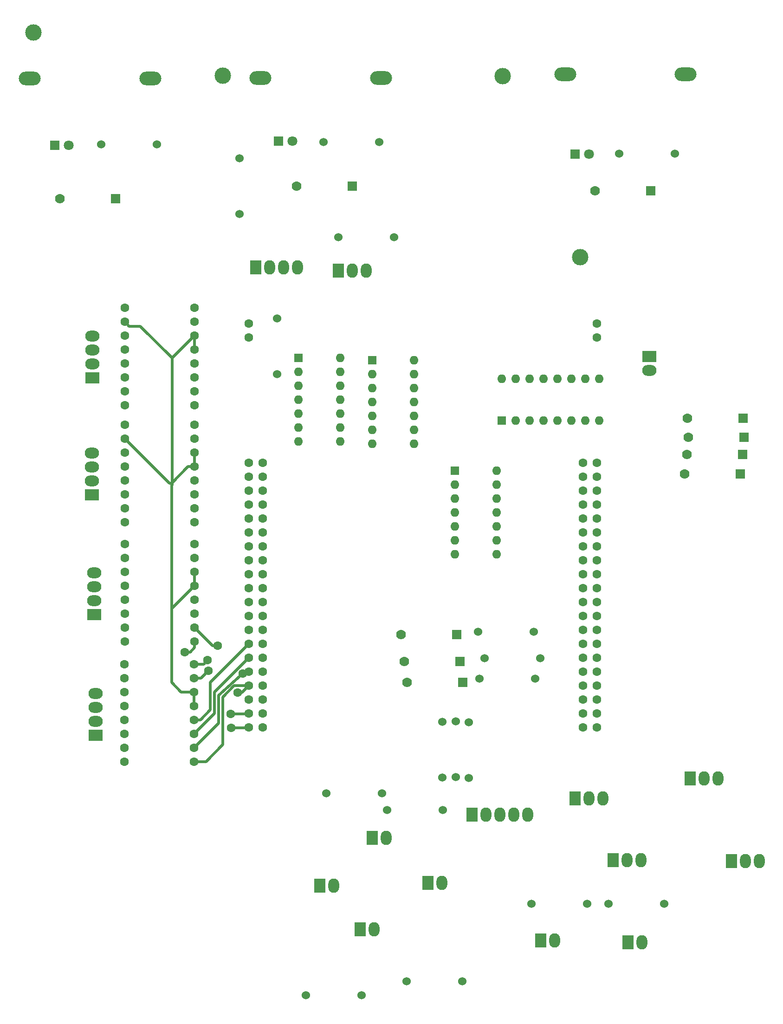
<source format=gbr>
G04 #@! TF.FileFunction,Copper,L2,Bot,Signal*
%FSLAX46Y46*%
G04 Gerber Fmt 4.6, Leading zero omitted, Abs format (unit mm)*
G04 Created by KiCad (PCBNEW 4.0.6-e0-6349~53~ubuntu16.04.1) date Sat May 13 22:22:03 2017*
%MOMM*%
%LPD*%
G01*
G04 APERTURE LIST*
%ADD10C,0.050000*%
%ADD11C,1.778000*%
%ADD12R,1.778000X1.778000*%
%ADD13R,1.800000X1.800000*%
%ADD14C,1.800000*%
%ADD15O,4.000000X2.500000*%
%ADD16R,1.600000X1.600000*%
%ADD17O,1.600000X1.600000*%
%ADD18C,3.000000*%
%ADD19R,2.600000X2.000000*%
%ADD20O,2.600000X2.000000*%
%ADD21R,2.000000X2.600000*%
%ADD22O,2.000000X2.600000*%
%ADD23C,1.524000*%
%ADD24C,1.600000*%
%ADD25C,0.508000*%
G04 APERTURE END LIST*
D10*
D11*
X152110000Y-90900000D03*
D12*
X162270000Y-90900000D03*
D11*
X151370000Y-97570000D03*
D12*
X161530000Y-97570000D03*
D11*
X151940000Y-87390000D03*
D12*
X162100000Y-87390000D03*
D11*
X151820000Y-94010000D03*
D12*
X161980000Y-94010000D03*
D13*
X36470000Y-37620000D03*
D14*
X39010000Y-37620000D03*
D11*
X37430000Y-47420000D03*
D12*
X47590000Y-47420000D03*
D13*
X131380000Y-39260000D03*
D14*
X133920000Y-39260000D03*
D11*
X135020000Y-45940000D03*
D12*
X145180000Y-45940000D03*
D11*
X80580000Y-45070000D03*
D12*
X90740000Y-45070000D03*
D13*
X77300000Y-36920000D03*
D14*
X79840000Y-36920000D03*
D15*
X53910000Y-25450000D03*
X31910000Y-25450000D03*
X151600000Y-24660000D03*
X129600000Y-24660000D03*
X96020000Y-25390000D03*
X74020000Y-25390000D03*
D16*
X118070000Y-87870000D03*
D17*
X135850000Y-80250000D03*
X120610000Y-87870000D03*
X133310000Y-80250000D03*
X123150000Y-87870000D03*
X130770000Y-80250000D03*
X125690000Y-87870000D03*
X128230000Y-80250000D03*
X128230000Y-87870000D03*
X125690000Y-80250000D03*
X130770000Y-87870000D03*
X123150000Y-80250000D03*
X133310000Y-87870000D03*
X120610000Y-80250000D03*
X135850000Y-87870000D03*
X118070000Y-80250000D03*
D18*
X132350000Y-58060000D03*
X32570000Y-17090000D03*
D19*
X43340000Y-80040000D03*
D20*
X43340000Y-77500000D03*
X43340000Y-74960000D03*
X43340000Y-72420000D03*
D19*
X43300000Y-101400000D03*
D20*
X43300000Y-98860000D03*
X43300000Y-96320000D03*
X43300000Y-93780000D03*
D18*
X118220000Y-25070000D03*
X67120000Y-24980000D03*
D19*
X144960000Y-76130000D03*
D20*
X144960000Y-78670000D03*
D19*
X43910000Y-145250000D03*
D20*
X43910000Y-142710000D03*
X43910000Y-140170000D03*
X43910000Y-137630000D03*
D19*
X43700000Y-123210000D03*
D20*
X43700000Y-120670000D03*
X43700000Y-118130000D03*
X43700000Y-115590000D03*
D21*
X73150000Y-59880000D03*
D22*
X75690000Y-59880000D03*
X78230000Y-59880000D03*
X80770000Y-59880000D03*
D21*
X152380000Y-153120000D03*
D22*
X154920000Y-153120000D03*
X157460000Y-153120000D03*
D21*
X131450000Y-156780000D03*
D22*
X133990000Y-156780000D03*
X136530000Y-156780000D03*
D21*
X159900000Y-168160000D03*
D22*
X162440000Y-168160000D03*
X164980000Y-168160000D03*
D21*
X138340000Y-168060000D03*
D22*
X140880000Y-168060000D03*
X143420000Y-168060000D03*
D21*
X92190000Y-180640000D03*
D22*
X94730000Y-180640000D03*
D21*
X84880000Y-172720000D03*
D22*
X87420000Y-172720000D03*
D21*
X94450000Y-164000000D03*
D22*
X96990000Y-164000000D03*
D21*
X104570000Y-172140000D03*
D22*
X107110000Y-172140000D03*
D21*
X88230000Y-60490000D03*
D22*
X90770000Y-60490000D03*
X93310000Y-60490000D03*
D21*
X141020000Y-183060000D03*
D22*
X143560000Y-183060000D03*
D21*
X125170000Y-182650000D03*
D22*
X127710000Y-182650000D03*
D23*
X55160000Y-37450000D03*
X45000000Y-37450000D03*
X149610000Y-39210000D03*
X139450000Y-39210000D03*
X95650000Y-37020000D03*
X85490000Y-37020000D03*
X98410000Y-54380000D03*
X88250000Y-54380000D03*
X82270000Y-192710000D03*
X92430000Y-192710000D03*
X85990000Y-155870000D03*
X96150000Y-155870000D03*
X97080000Y-158900000D03*
X107240000Y-158900000D03*
X100670000Y-190170000D03*
X110830000Y-190170000D03*
X112060000Y-142870000D03*
X112060000Y-153030000D03*
X107230000Y-142770000D03*
X107230000Y-152930000D03*
X109670000Y-142690000D03*
X109670000Y-152850000D03*
X137540000Y-176010000D03*
X147700000Y-176010000D03*
X123440000Y-176010000D03*
X133600000Y-176010000D03*
D16*
X94400000Y-76820000D03*
D17*
X102020000Y-92060000D03*
X94400000Y-79360000D03*
X102020000Y-89520000D03*
X94400000Y-81900000D03*
X102020000Y-86980000D03*
X94400000Y-84440000D03*
X102020000Y-84440000D03*
X94400000Y-86980000D03*
X102020000Y-81900000D03*
X94400000Y-89520000D03*
X102020000Y-79360000D03*
X94400000Y-92060000D03*
X102020000Y-76820000D03*
D16*
X80970000Y-76390000D03*
D17*
X88590000Y-91630000D03*
X80970000Y-78930000D03*
X88590000Y-89090000D03*
X80970000Y-81470000D03*
X88590000Y-86550000D03*
X80970000Y-84010000D03*
X88590000Y-84010000D03*
X80970000Y-86550000D03*
X88590000Y-81470000D03*
X80970000Y-89090000D03*
X88590000Y-78930000D03*
X80970000Y-91630000D03*
X88590000Y-76390000D03*
D16*
X109480000Y-97020000D03*
D17*
X117100000Y-112260000D03*
X109480000Y-99560000D03*
X117100000Y-109720000D03*
X109480000Y-102100000D03*
X117100000Y-107180000D03*
X109480000Y-104640000D03*
X117100000Y-104640000D03*
X109480000Y-107180000D03*
X117100000Y-102100000D03*
X109480000Y-109720000D03*
X117100000Y-99560000D03*
X109480000Y-112260000D03*
X117100000Y-97020000D03*
D11*
X99620000Y-126910000D03*
D12*
X109780000Y-126910000D03*
D11*
X100740000Y-135580000D03*
D12*
X110900000Y-135580000D03*
D11*
X100240000Y-131830000D03*
D12*
X110400000Y-131830000D03*
D21*
X112650000Y-159720000D03*
D22*
X115190000Y-159720000D03*
X117730000Y-159720000D03*
X120270000Y-159720000D03*
X122810000Y-159720000D03*
D23*
X77050000Y-69230000D03*
X77050000Y-79390000D03*
X70220000Y-40020000D03*
X70220000Y-50180000D03*
X113990000Y-134950000D03*
X124150000Y-134950000D03*
X113680000Y-126340000D03*
X123840000Y-126340000D03*
X114860000Y-131180000D03*
X125020000Y-131180000D03*
D24*
X61970000Y-106420000D03*
X49270000Y-106420000D03*
X61970000Y-103880000D03*
X61970000Y-101340000D03*
X61970000Y-98800000D03*
X61970000Y-96260000D03*
X61970000Y-93720000D03*
X61970000Y-91180000D03*
X61970000Y-88640000D03*
X49270000Y-103880000D03*
X49270000Y-101340000D03*
X49270000Y-98800000D03*
X49270000Y-96260000D03*
X49270000Y-93720000D03*
X49270000Y-91180000D03*
X49270000Y-88640000D03*
X61970000Y-85080000D03*
X49270000Y-85080000D03*
X61970000Y-82540000D03*
X61970000Y-80000000D03*
X61970000Y-77460000D03*
X61970000Y-74920000D03*
X61970000Y-72380000D03*
X61970000Y-69840000D03*
X61970000Y-67300000D03*
X49270000Y-82540000D03*
X49270000Y-80000000D03*
X49270000Y-77460000D03*
X49270000Y-74920000D03*
X49270000Y-72380000D03*
X49270000Y-69840000D03*
X49270000Y-67300000D03*
X61970000Y-128140000D03*
X49270000Y-128140000D03*
X61970000Y-125600000D03*
X61970000Y-123060000D03*
X61970000Y-120520000D03*
X61970000Y-117980000D03*
X61970000Y-115440000D03*
X61970000Y-112900000D03*
X61970000Y-110360000D03*
X49270000Y-125600000D03*
X49270000Y-123060000D03*
X49270000Y-120520000D03*
X49270000Y-117980000D03*
X49270000Y-115440000D03*
X49270000Y-112900000D03*
X49270000Y-110360000D03*
X61910000Y-150050000D03*
X49210000Y-150050000D03*
X61910000Y-147510000D03*
X61910000Y-144970000D03*
X61910000Y-142430000D03*
X61910000Y-139890000D03*
X61910000Y-137350000D03*
X61910000Y-134810000D03*
X61910000Y-132270000D03*
X49210000Y-147510000D03*
X49210000Y-144970000D03*
X49210000Y-142430000D03*
X49210000Y-139890000D03*
X49210000Y-137350000D03*
X49210000Y-134810000D03*
X49210000Y-132270000D03*
X71850000Y-143830000D03*
X74390000Y-143830000D03*
X71850000Y-141290000D03*
X71850000Y-138750000D03*
X71850000Y-136210000D03*
X71850000Y-133670000D03*
X71850000Y-131130000D03*
X71850000Y-128590000D03*
X71850000Y-126050000D03*
X71850000Y-123510000D03*
X71850000Y-120970000D03*
X71850000Y-118430000D03*
X71850000Y-115890000D03*
X71850000Y-113350000D03*
X71850000Y-110810000D03*
X71850000Y-108270000D03*
X71850000Y-105730000D03*
X71850000Y-103190000D03*
X71850000Y-100650000D03*
X71850000Y-98110000D03*
X74390000Y-141290000D03*
X74390000Y-138750000D03*
X74390000Y-136210000D03*
X74390000Y-133670000D03*
X74390000Y-131130000D03*
X74390000Y-128590000D03*
X74390000Y-126050000D03*
X74390000Y-123510000D03*
X74390000Y-120970000D03*
X74390000Y-118430000D03*
X74390000Y-115890000D03*
X74390000Y-113350000D03*
X74390000Y-110810000D03*
X74390000Y-108270000D03*
X74390000Y-105730000D03*
X74390000Y-103190000D03*
X74390000Y-100650000D03*
X74390000Y-98110000D03*
X135350000Y-143830000D03*
X132810000Y-143830000D03*
X135350000Y-141290000D03*
X135350000Y-138750000D03*
X135350000Y-136210000D03*
X135350000Y-133670000D03*
X135350000Y-131130000D03*
X135350000Y-128590000D03*
X135350000Y-126050000D03*
X135350000Y-123510000D03*
X135350000Y-120970000D03*
X135350000Y-118430000D03*
X135350000Y-115890000D03*
X135350000Y-113350000D03*
X135350000Y-110810000D03*
X135350000Y-108270000D03*
X135350000Y-105730000D03*
X135350000Y-103190000D03*
X135350000Y-100650000D03*
X135350000Y-98110000D03*
X132810000Y-98110000D03*
X132810000Y-100650000D03*
X132810000Y-103190000D03*
X132810000Y-105730000D03*
X132810000Y-108270000D03*
X132810000Y-110810000D03*
X132810000Y-113350000D03*
X132810000Y-115890000D03*
X132810000Y-118430000D03*
X132810000Y-120970000D03*
X132810000Y-123510000D03*
X132810000Y-126050000D03*
X132810000Y-128590000D03*
X132810000Y-131130000D03*
X132810000Y-133670000D03*
X132810000Y-136210000D03*
X132810000Y-138750000D03*
X132810000Y-141290000D03*
X71850000Y-70170000D03*
X71850000Y-72710000D03*
X135350000Y-70170000D03*
X135350000Y-72710000D03*
X71870000Y-95570000D03*
X74410000Y-95570000D03*
X132830000Y-95570000D03*
X135370000Y-95570000D03*
X68640000Y-143890000D03*
X64490000Y-133490000D03*
X68550000Y-141340000D03*
X64390000Y-131550000D03*
X69858000Y-137440000D03*
X60240000Y-130100000D03*
X70828444Y-134001349D03*
X66180000Y-128940000D03*
D25*
X68640000Y-143890000D02*
X71790000Y-143890000D01*
X71790000Y-143890000D02*
X71850000Y-143830000D01*
X61910000Y-134810000D02*
X63170000Y-134810000D01*
X63170000Y-134810000D02*
X64490000Y-133490000D01*
X68550000Y-141340000D02*
X71800000Y-141340000D01*
X71800000Y-141340000D02*
X71850000Y-141290000D01*
X61910000Y-132270000D02*
X63670000Y-132270000D01*
X63670000Y-132270000D02*
X64390000Y-131550000D01*
X69858000Y-137440000D02*
X70620000Y-137440000D01*
X70620000Y-137440000D02*
X71850000Y-136210000D01*
X61181370Y-130060000D02*
X60280000Y-130060000D01*
X60280000Y-130060000D02*
X60240000Y-130100000D01*
X61970000Y-128140000D02*
X61970000Y-129271370D01*
X61970000Y-129271370D02*
X61181370Y-130060000D01*
X61910000Y-150050000D02*
X64060000Y-150050000D01*
X64060000Y-150050000D02*
X67150000Y-146960000D01*
X67150000Y-146960000D02*
X67150000Y-138280000D01*
X67150000Y-138280000D02*
X69220000Y-136210000D01*
X69220000Y-136210000D02*
X71850000Y-136210000D01*
X66387990Y-137964366D02*
X70828444Y-134001349D01*
X70828444Y-134001349D02*
X70682356Y-133670000D01*
X61970000Y-125600000D02*
X65310000Y-128940000D01*
X65310000Y-128940000D02*
X66180000Y-128940000D01*
X61910000Y-147510000D02*
X66387990Y-143032010D01*
X66387990Y-143032010D02*
X66387990Y-137964366D01*
X70682356Y-133670000D02*
X70718630Y-133670000D01*
X70718630Y-133670000D02*
X71850000Y-133670000D01*
X61910000Y-144970000D02*
X65625980Y-141254020D01*
X65625980Y-141254020D02*
X65625980Y-137354020D01*
X65625980Y-137354020D02*
X71050001Y-131929999D01*
X71050001Y-131929999D02*
X71850000Y-131130000D01*
X61910000Y-142430000D02*
X63041370Y-142430000D01*
X63041370Y-142430000D02*
X64863970Y-140607400D01*
X64863970Y-140607400D02*
X64863970Y-135576030D01*
X64863970Y-135576030D02*
X71050001Y-129389999D01*
X71050001Y-129389999D02*
X71850000Y-128590000D01*
X49270000Y-91180000D02*
X57388630Y-99298630D01*
X57388630Y-99298630D02*
X57800000Y-99298630D01*
X49270000Y-69840000D02*
X50069999Y-70639999D01*
X50069999Y-70639999D02*
X52089999Y-70639999D01*
X52089999Y-70639999D02*
X57900000Y-76450000D01*
X61970000Y-74920000D02*
X61970000Y-72380000D01*
X57800000Y-99298630D02*
X57800000Y-99700000D01*
X57800000Y-99700000D02*
X57800000Y-122150000D01*
X57900000Y-99600000D02*
X57800000Y-99700000D01*
X61970000Y-72380000D02*
X57900000Y-76450000D01*
X57900000Y-76450000D02*
X57900000Y-99600000D01*
X61970000Y-96260000D02*
X61970000Y-93720000D01*
X61970000Y-96260000D02*
X60838630Y-96260000D01*
X60838630Y-96260000D02*
X57800000Y-99298630D01*
X61970000Y-117980000D02*
X61970000Y-115440000D01*
X57800000Y-135640000D02*
X57800000Y-122150000D01*
X57800000Y-122150000D02*
X61970000Y-117980000D01*
X59510000Y-137350000D02*
X57800000Y-135640000D01*
X61910000Y-137350000D02*
X59510000Y-137350000D01*
X61910000Y-139890000D02*
X61910000Y-137350000D01*
M02*

</source>
